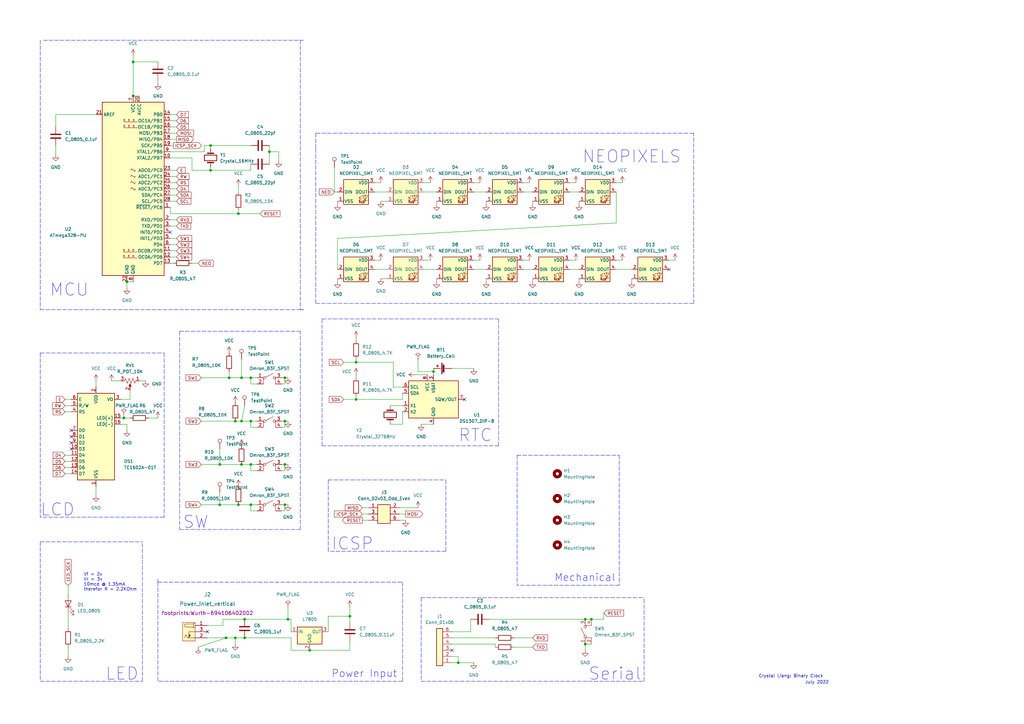
<source format=kicad_sch>
(kicad_sch (version 20211123) (generator eeschema)
  (paper "A3")
  (junction (at 102.87 190.5))
  (junction (at 240.03 264.16))
  (junction (at 96.52 261.62))
  (junction (at 110.49 62.23))
  (junction (at 242.57 254))
  (junction (at 93.98 154.94))
  (junction (at 116.84 190.5))
  (junction (at 102.87 154.94))
  (junction (at 102.87 207.01))
  (junction (at 96.52 172.72))
  (junction (at 90.1039 207.01))
  (junction (at 99.06 172.72))
  (junction (at 90.17 190.5))
  (junction (at 116.84 207.01))
  (junction (at 116.84 172.72))
  (junction (at 187.96 271.78))
  (junction (at 54.61 39.37))
  (junction (at 100.33 254))
  (junction (at 86.36 69.85))
  (junction (at 146.05 148.59))
  (junction (at 50.8 171.45))
  (junction (at 127 266.7))
  (junction (at 116.84 154.94))
  (junction (at 99.06 154.94))
  (junction (at 146.05 163.83))
  (junction (at 102.87 172.72))
  (junction (at 143.51 252.73))
  (junction (at 52.07 115.57))
  (junction (at 97.79 207.01))
  (junction (at 118.11 254))
  (junction (at 99.06 190.5))
  (junction (at 54.61 25.4))
  (junction (at 100.33 261.62))
  (junction (at 97.79 87.63))
  (junction (at 86.36 59.69))
  (junction (at 177.8 152.4))
  (junction (at 92.71 261.62))
  (junction (at 240.03 254))
  (no_connect (at 29.21 179.07))
  (no_connect (at 29.21 181.61))
  (no_connect (at 29.21 184.15))
  (no_connect (at 185.42 266.7))
  (no_connect (at 190.5 163.83))
  (no_connect (at 29.21 176.53))
  (no_connect (at 274.32 110.49))
  (no_connect (at 69.85 95.25))
  (no_connect (at 85.09 259.08))
  (wire (pts (xy 138.43 115.57) (xy 138.43 114.3)))
  (polyline (pts (xy 129.54 54.61) (xy 129.54 60.96)))
  (wire (pts (xy 100.33 166.37) (xy 99.06 172.72)))
  (wire (pts (xy 163.83 208.28) (xy 171.45 208.28)))
  (wire (pts (xy 233.68 78.74) (xy 237.49 78.74)))
  (wire (pts (xy 72.39 54.61) (xy 69.85 54.61)))
  (wire (pts (xy 173.99 78.74) (xy 179.07 78.74)))
  (wire (pts (xy 110.49 62.23) (xy 110.49 67.31)))
  (wire (pts (xy 116.84 172.72) (xy 116.84 175.26)))
  (wire (pts (xy 119.38 266.7) (xy 127 266.7)))
  (wire (pts (xy 236.22 106.68) (xy 233.68 106.68)))
  (wire (pts (xy 91.44 254) (xy 91.44 256.54)))
  (wire (pts (xy 138.43 97.79) (xy 138.43 110.49)))
  (wire (pts (xy 97.79 78.74) (xy 97.79 76.2)))
  (wire (pts (xy 72.39 92.71) (xy 69.85 92.71)))
  (wire (pts (xy 78.74 64.77) (xy 78.74 69.85)))
  (wire (pts (xy 114.3 62.23) (xy 114.3 66.04)))
  (wire (pts (xy 240.03 264.16) (xy 242.57 264.16)))
  (wire (pts (xy 90.17 184.15) (xy 90.17 190.5)))
  (wire (pts (xy 72.39 100.33) (xy 69.85 100.33)))
  (wire (pts (xy 196.85 106.68) (xy 194.31 106.68)))
  (wire (pts (xy 194.31 151.13) (xy 185.42 151.13)))
  (wire (pts (xy 69.85 87.63) (xy 69.85 85.09)))
  (wire (pts (xy 114.3 62.23) (xy 110.49 62.23)))
  (wire (pts (xy 217.17 74.93) (xy 214.63 74.93)))
  (wire (pts (xy 39.37 199.39) (xy 39.37 203.2)))
  (polyline (pts (xy 172.72 245.11) (xy 264.16 245.11)))
  (wire (pts (xy 237.49 115.57) (xy 237.49 114.3)))
  (wire (pts (xy 54.61 25.4) (xy 64.77 25.4)))
  (wire (pts (xy 86.36 69.85) (xy 86.36 68.58)))
  (wire (pts (xy 148.59 208.28) (xy 151.13 208.28)))
  (polyline (pts (xy 64.77 238.76) (xy 64.77 279.4)))
  (wire (pts (xy 146.05 147.32) (xy 146.05 148.59)))
  (wire (pts (xy 86.36 69.85) (xy 102.87 69.85)))
  (wire (pts (xy 115.57 209.55) (xy 116.84 209.55)))
  (wire (pts (xy 185.42 264.16) (xy 203.2 264.16)))
  (wire (pts (xy 102.87 172.72) (xy 102.87 175.26)))
  (wire (pts (xy 96.52 261.62) (xy 96.52 264.16)))
  (polyline (pts (xy 123.19 127) (xy 124.46 127)))
  (wire (pts (xy 54.61 25.4) (xy 54.61 39.37)))
  (wire (pts (xy 193.04 259.08) (xy 193.04 254)))
  (polyline (pts (xy 16.51 144.78) (xy 67.31 144.78)))
  (wire (pts (xy 242.57 254) (xy 247.65 254)))
  (polyline (pts (xy 67.31 144.78) (xy 67.31 212.09)))
  (wire (pts (xy 82.55 207.01) (xy 90.1039 207.01)))
  (wire (pts (xy 179.07 83.82) (xy 179.07 82.55)))
  (wire (pts (xy 134.62 259.08) (xy 134.62 252.73)))
  (wire (pts (xy 165.1 161.29) (xy 165.1 163.83)))
  (wire (pts (xy 71.12 59.69) (xy 69.85 59.69)))
  (wire (pts (xy 72.39 57.15) (xy 69.85 57.15)))
  (wire (pts (xy 156.21 106.68) (xy 153.67 106.68)))
  (wire (pts (xy 116.84 154.94) (xy 118.11 154.94)))
  (wire (pts (xy 85.09 256.54) (xy 91.44 256.54)))
  (wire (pts (xy 119.38 254) (xy 119.38 259.08)))
  (wire (pts (xy 50.8 170.18) (xy 50.8 171.45)))
  (wire (pts (xy 203.2 264.16) (xy 203.2 265.43)))
  (wire (pts (xy 105.41 157.48) (xy 102.87 157.48)))
  (wire (pts (xy 52.07 173.99) (xy 52.07 176.53)))
  (polyline (pts (xy 132.08 130.81) (xy 204.47 130.81)))
  (wire (pts (xy 72.39 46.99) (xy 69.85 46.99)))
  (wire (pts (xy 26.67 166.37) (xy 29.21 166.37)))
  (wire (pts (xy 165.1 168.91) (xy 165.1 173.99)))
  (polyline (pts (xy 264.16 279.4) (xy 264.16 245.11)))
  (wire (pts (xy 102.87 207.01) (xy 102.87 209.55)))
  (wire (pts (xy 90.17 201.93) (xy 90.1039 207.01)))
  (wire (pts (xy 116.84 207.01) (xy 116.84 209.55)))
  (wire (pts (xy 26.67 163.83) (xy 29.21 163.83)))
  (wire (pts (xy 165.1 163.83) (xy 146.05 163.83)))
  (wire (pts (xy 236.22 74.93) (xy 233.68 74.93)))
  (wire (pts (xy 22.86 52.07) (xy 22.86 46.99)))
  (wire (pts (xy 100.33 254) (xy 91.44 254)))
  (wire (pts (xy 99.06 154.94) (xy 102.87 154.94)))
  (wire (pts (xy 161.29 148.59) (xy 146.05 148.59)))
  (wire (pts (xy 102.87 154.94) (xy 102.87 157.48)))
  (wire (pts (xy 185.42 261.62) (xy 203.2 261.62)))
  (wire (pts (xy 240.03 254) (xy 242.57 254)))
  (wire (pts (xy 93.98 152.4) (xy 93.98 154.94)))
  (wire (pts (xy 99.06 190.5) (xy 102.87 190.5)))
  (wire (pts (xy 96.52 172.72) (xy 99.06 172.72)))
  (wire (pts (xy 82.55 172.72) (xy 96.52 172.72)))
  (polyline (pts (xy 73.66 135.89) (xy 73.66 217.17)))
  (wire (pts (xy 196.85 74.93) (xy 194.31 74.93)))
  (polyline (pts (xy 212.09 186.69) (xy 254 186.69)))
  (wire (pts (xy 22.86 46.99) (xy 39.37 46.99)))
  (polyline (pts (xy 204.47 182.88) (xy 204.47 130.81)))
  (polyline (pts (xy 165.1 279.4) (xy 64.77 279.4)))
  (wire (pts (xy 115.57 172.72) (xy 116.84 172.72)))
  (wire (pts (xy 237.49 83.82) (xy 237.49 82.55)))
  (wire (pts (xy 102.87 69.85) (xy 102.87 67.31)))
  (wire (pts (xy 179.07 115.57) (xy 179.07 114.3)))
  (wire (pts (xy 199.39 115.57) (xy 199.39 114.3)))
  (wire (pts (xy 240.03 264.16) (xy 240.03 266.7)))
  (polyline (pts (xy 67.31 212.09) (xy 16.51 212.09)))
  (wire (pts (xy 127 266.7) (xy 143.51 266.7)))
  (polyline (pts (xy 132.08 130.81) (xy 132.08 182.88)))
  (wire (pts (xy 156.21 82.55) (xy 158.75 82.55)))
  (wire (pts (xy 137.16 68.58) (xy 137.16 78.74)))
  (wire (pts (xy 72.39 72.39) (xy 69.85 72.39)))
  (wire (pts (xy 115.57 207.01) (xy 116.84 207.01)))
  (wire (pts (xy 137.16 78.74) (xy 138.43 78.74)))
  (wire (pts (xy 194.31 110.49) (xy 199.39 110.49)))
  (wire (pts (xy 134.62 252.73) (xy 143.51 252.73)))
  (polyline (pts (xy 132.08 182.88) (xy 204.47 182.88)))
  (wire (pts (xy 153.67 78.74) (xy 158.75 78.74)))
  (wire (pts (xy 187.96 271.78) (xy 194.31 271.78)))
  (wire (pts (xy 72.39 82.55) (xy 69.85 82.55)))
  (wire (pts (xy 71.12 107.95) (xy 69.85 107.95)))
  (wire (pts (xy 72.39 105.41) (xy 69.85 105.41)))
  (wire (pts (xy 72.39 69.85) (xy 69.85 69.85)))
  (wire (pts (xy 39.37 156.21) (xy 39.37 158.75)))
  (wire (pts (xy 177.8 151.13) (xy 177.8 152.4)))
  (wire (pts (xy 187.96 269.24) (xy 187.96 271.78)))
  (wire (pts (xy 82.55 154.94) (xy 93.98 154.94)))
  (wire (pts (xy 110.49 59.69) (xy 110.49 62.23)))
  (wire (pts (xy 185.42 269.24) (xy 187.96 269.24)))
  (wire (pts (xy 57.15 156.21) (xy 59.69 156.21)))
  (wire (pts (xy 138.43 83.82) (xy 138.43 82.55)))
  (polyline (pts (xy 172.72 279.4) (xy 264.16 279.4)))
  (wire (pts (xy 118.11 254) (xy 119.38 254)))
  (polyline (pts (xy 254 186.69) (xy 254 240.03)))
  (polyline (pts (xy 129.54 60.96) (xy 129.54 124.46)))
  (wire (pts (xy 143.51 266.7) (xy 143.51 262.89)))
  (wire (pts (xy 92.71 261.62) (xy 96.52 261.62)))
  (polyline (pts (xy 16.51 144.78) (xy 16.51 212.09)))
  (wire (pts (xy 83.82 62.23) (xy 83.82 59.69)))
  (wire (pts (xy 81.28 107.95) (xy 78.74 107.95)))
  (wire (pts (xy 72.39 77.47) (xy 69.85 77.47)))
  (wire (pts (xy 64.77 34.29) (xy 64.77 33.02)))
  (wire (pts (xy 72.39 90.17) (xy 69.85 90.17)))
  (wire (pts (xy 27.94 265.43) (xy 27.94 269.24)))
  (polyline (pts (xy 73.66 217.17) (xy 123.19 217.17)))
  (wire (pts (xy 26.67 186.69) (xy 29.21 186.69)))
  (wire (pts (xy 119.38 261.62) (xy 119.38 266.7)))
  (wire (pts (xy 102.87 207.01) (xy 105.41 207.01)))
  (wire (pts (xy 72.39 102.87) (xy 69.85 102.87)))
  (wire (pts (xy 72.39 49.53) (xy 69.85 49.53)))
  (wire (pts (xy 105.41 209.55) (xy 102.87 209.55)))
  (wire (pts (xy 160.02 166.37) (xy 165.1 166.37)))
  (wire (pts (xy 90.17 190.5) (xy 99.06 190.5)))
  (wire (pts (xy 45.72 156.21) (xy 49.53 156.21)))
  (polyline (pts (xy 134.62 196.85) (xy 182.88 196.85)))
  (polyline (pts (xy 123.19 217.17) (xy 123.19 135.89)))
  (polyline (pts (xy 165.1 238.76) (xy 165.1 279.4)))
  (wire (pts (xy 85.09 261.62) (xy 92.71 261.62)))
  (wire (pts (xy 78.74 69.85) (xy 86.36 69.85)))
  (wire (pts (xy 259.08 115.57) (xy 259.08 114.3)))
  (wire (pts (xy 116.84 172.72) (xy 118.11 172.72)))
  (wire (pts (xy 72.39 80.01) (xy 69.85 80.01)))
  (wire (pts (xy 50.8 171.45) (xy 49.53 171.45)))
  (wire (pts (xy 118.11 248.92) (xy 118.11 254)))
  (wire (pts (xy 115.57 154.94) (xy 116.84 154.94)))
  (wire (pts (xy 26.67 168.91) (xy 29.21 168.91)))
  (polyline (pts (xy 172.72 245.11) (xy 172.72 279.4)))
  (wire (pts (xy 52.07 115.57) (xy 54.61 115.57)))
  (wire (pts (xy 176.53 106.68) (xy 173.99 106.68)))
  (polyline (pts (xy 284.48 124.46) (xy 284.48 54.61)))
  (wire (pts (xy 100.33 261.62) (xy 96.52 261.62)))
  (wire (pts (xy 200.66 254) (xy 240.03 254)))
  (wire (pts (xy 69.85 87.63) (xy 97.79 87.63)))
  (polyline (pts (xy 182.88 196.85) (xy 182.88 226.06)))
  (wire (pts (xy 100.33 254) (xy 118.11 254)))
  (wire (pts (xy 148.59 213.36) (xy 151.13 213.36)))
  (wire (pts (xy 156.21 114.3) (xy 158.75 114.3)))
  (wire (pts (xy 115.57 157.48) (xy 116.84 157.48)))
  (wire (pts (xy 26.67 194.31) (xy 29.21 194.31)))
  (wire (pts (xy 217.17 106.68) (xy 214.63 106.68)))
  (wire (pts (xy 156.21 74.93) (xy 153.67 74.93)))
  (wire (pts (xy 72.39 97.79) (xy 69.85 97.79)))
  (wire (pts (xy 165.1 173.99) (xy 160.02 173.99)))
  (wire (pts (xy 165.1 158.75) (xy 161.29 158.75)))
  (wire (pts (xy 86.36 59.69) (xy 102.87 59.69)))
  (polyline (pts (xy 16.51 127) (xy 124.46 127)))
  (wire (pts (xy 97.79 87.63) (xy 97.79 86.36)))
  (wire (pts (xy 247.65 254) (xy 247.65 251.46)))
  (wire (pts (xy 27.94 251.46) (xy 27.94 257.81)))
  (wire (pts (xy 146.05 138.43) (xy 146.05 139.7)))
  (wire (pts (xy 161.29 158.75) (xy 161.29 148.59)))
  (polyline (pts (xy 16.51 222.25) (xy 58.42 222.25)))
  (wire (pts (xy 83.82 59.69) (xy 86.36 59.69)))
  (wire (pts (xy 218.44 83.82) (xy 218.44 82.55)))
  (polyline (pts (xy 284.48 54.61) (xy 129.54 54.61)))
  (wire (pts (xy 102.87 172.72) (xy 105.41 172.72)))
  (wire (pts (xy 54.61 39.37) (xy 57.15 39.37)))
  (wire (pts (xy 116.84 154.94) (xy 116.84 157.48)))
  (polyline (pts (xy 58.42 279.4) (xy 58.42 222.25)))
  (wire (pts (xy 171.45 147.32) (xy 171.45 152.4)))
  (wire (pts (xy 100.33 261.62) (xy 119.38 261.62)))
  (wire (pts (xy 90.1039 207.01) (xy 97.79 207.01)))
  (wire (pts (xy 276.86 106.68) (xy 274.32 106.68)))
  (polyline (pts (xy 212.09 186.69) (xy 212.09 240.03)))
  (wire (pts (xy 210.82 265.43) (xy 218.44 265.43)))
  (wire (pts (xy 97.79 207.01) (xy 102.87 207.01)))
  (polyline (pts (xy 129.54 124.46) (xy 284.48 124.46)))
  (wire (pts (xy 146.05 153.67) (xy 146.05 154.94)))
  (wire (pts (xy 259.08 110.49) (xy 252.73 110.49)))
  (polyline (pts (xy 17.78 16.51) (xy 124.46 16.51)))
  (wire (pts (xy 82.55 190.5) (xy 90.17 190.5)))
  (polyline (pts (xy 73.66 135.89) (xy 123.19 135.89)))
  (wire (pts (xy 143.51 252.73) (xy 143.51 255.27)))
  (wire (pts (xy 115.57 193.04) (xy 116.84 193.04)))
  (wire (pts (xy 105.41 175.26) (xy 102.87 175.26)))
  (wire (pts (xy 69.85 62.23) (xy 83.82 62.23)))
  (wire (pts (xy 172.72 173.99) (xy 177.8 173.99)))
  (wire (pts (xy 26.67 191.77) (xy 29.21 191.77)))
  (wire (pts (xy 218.44 115.57) (xy 218.44 114.3)))
  (wire (pts (xy 173.99 110.49) (xy 179.07 110.49)))
  (polyline (pts (xy 64.77 238.76) (xy 165.1 238.76)))
  (wire (pts (xy 210.82 261.62) (xy 218.44 261.62)))
  (wire (pts (xy 146.05 163.83) (xy 140.97 163.83)))
  (wire (pts (xy 52.07 115.57) (xy 52.07 118.11)))
  (wire (pts (xy 194.31 78.74) (xy 199.39 78.74)))
  (wire (pts (xy 146.05 148.59) (xy 140.97 148.59)))
  (wire (pts (xy 27.94 240.03) (xy 27.94 243.84)))
  (wire (pts (xy 116.84 190.5) (xy 116.84 193.04)))
  (wire (pts (xy 72.39 74.93) (xy 69.85 74.93)))
  (wire (pts (xy 116.84 207.01) (xy 118.11 207.01)))
  (wire (pts (xy 214.63 78.74) (xy 218.44 78.74)))
  (polyline (pts (xy 16.51 279.4) (xy 58.42 279.4)))
  (wire (pts (xy 255.27 74.93) (xy 252.73 74.93)))
  (wire (pts (xy 170.18 153.67) (xy 175.26 153.67)))
  (wire (pts (xy 166.37 210.82) (xy 163.83 210.82)))
  (wire (pts (xy 116.84 190.5) (xy 118.11 190.5)))
  (wire (pts (xy 185.42 259.08) (xy 193.04 259.08)))
  (wire (pts (xy 102.87 154.94) (xy 105.41 154.94)))
  (wire (pts (xy 176.53 74.93) (xy 173.99 74.93)))
  (wire (pts (xy 102.87 190.5) (xy 102.87 193.04)))
  (wire (pts (xy 53.34 171.45) (xy 50.8 171.45)))
  (wire (pts (xy 26.67 189.23) (xy 29.21 189.23)))
  (wire (pts (xy 199.39 83.82) (xy 199.39 82.55)))
  (wire (pts (xy 97.79 87.63) (xy 106.68 87.63)))
  (wire (pts (xy 81.28 265.43) (xy 92.71 261.62)))
  (wire (pts (xy 102.87 190.5) (xy 105.41 190.5)))
  (wire (pts (xy 53.34 160.02) (xy 53.34 163.83)))
  (wire (pts (xy 93.98 154.94) (xy 99.06 154.94)))
  (polyline (pts (xy 123.19 16.51) (xy 123.19 127)))
  (polyline (pts (xy 134.62 196.85) (xy 134.62 226.06)))
  (polyline (pts (xy 254 240.03) (xy 212.09 240.03)))
  (wire (pts (xy 185.42 271.78) (xy 187.96 271.78)))
  (wire (pts (xy 99.06 172.72) (xy 102.87 172.72)))
  (polyline (pts (xy 16.51 16.51) (xy 16.51 127)))
  (wire (pts (xy 115.57 190.5) (xy 116.84 190.5)))
  (wire (pts (xy 163.83 213.36) (xy 166.37 213.36)))
  (wire (pts (xy 255.27 106.68) (xy 252.73 106.68)))
  (wire (pts (xy 86.36 60.96) (xy 86.36 59.69)))
  (wire (pts (xy 143.51 248.92) (xy 143.51 252.73)))
  (polyline (pts (xy 182.88 226.06) (xy 134.62 226.06)))
  (wire (pts (xy 171.45 152.4) (xy 177.8 152.4)))
  (wire (pts (xy 148.59 210.82) (xy 151.13 210.82)))
  (wire (pts (xy 177.8 152.4) (xy 177.8 153.67)))
  (polyline (pts (xy 16.51 222.25) (xy 16.51 279.4)))
  (wire (pts (xy 53.34 163.83) (xy 49.53 163.83)))
  (wire (pts (xy 99.06 147.32) (xy 99.06 154.94)))
  (wire (pts (xy 233.68 110.49) (xy 237.49 110.49)))
  (wire (pts (xy 22.86 63.5) (xy 22.86 59.69)))
  (wire (pts (xy 252.73 91.44) (xy 138.43 97.79)))
  (wire (pts (xy 214.63 110.49) (xy 218.44 110.49)))
  (wire (pts (xy 64.77 171.45) (xy 60.96 171.45)))
  (polyline (pts (xy 64.77 237.49) (xy 64.77 238.76)))
  (wire (pts (xy 69.85 64.77) (xy 78.74 64.77)))
  (wire (pts (xy 146.05 162.56) (xy 146.05 163.83)))
  (wire (pts (xy 54.61 22.86) (xy 54.61 25.4)))
  (wire (pts (xy 115.57 175.26) (xy 116.84 175.26)))
  (wire (pts (xy 49.53 173.99) (xy 52.07 173.99)))
  (wire (pts (xy 153.67 110.49) (xy 158.75 110.49)))
  (wire (pts (xy 252.73 78.74) (xy 252.73 91.44)))
  (wire (pts (xy 105.41 193.04) (xy 102.87 193.04)))
  (wire (pts (xy 72.39 52.07) (xy 69.85 52.07)))
  (text "July 2022\n" (at 330.2 280.67 0) (effects (font (size 1.27 1.27)) (justify left bottom)))
  (text "MCU" (at 20.32 121.92 0) (effects (font (size 5 5)) (justify left bottom)))
  (text "ICSP\n" (at 135.89 226.06 0) (effects (font (size 5 5)) (justify left bottom)))
  (text "RTC\n" (at 187.96 181.61 0) (effects (font (size 5 5)) (justify left bottom)))
  (text "Serial" (at 241.3 279.4 0) (effects (font (size 5 5)) (justify left bottom)))
  (text "LCD" (at 16.51 212.09 0) (effects (font (size 5 5)) (justify left bottom)))
  (text "NEOPIXELS\n" (at 238.76 67.31 0) (effects (font (size 5 5)) (justify left bottom)))
  (text "LED" (at 43.18 279.4 0) (effects (font (size 5 5)) (justify left bottom)))
  (text "Mechanical\n" (at 227.33 238.76 0) (effects (font (size 3 3)) (justify left bottom)))
  (text "Crystal Liang: Binary Clock\n" (at 311.15 278.13 0) (effects (font (size 1.27 1.27)) (justify left bottom)))
  (text "Power Input" (at 135.89 278.13 0) (effects (font (size 3 3)) (justify left bottom)))
  (text "Vf = 2v\nVr = 3v \n10mcd @ 1.35mA\ntherefor R = 2.2KOhm" (at 34.29 242.57 0) (effects (font (size 1.27 1.27)) (justify left bottom)))
  (text "SW\n" (at 74.93 217.17 0) (effects (font (size 5 5)) (justify left bottom)))
  (global_label "ICSP_SCK" (shape output) (at 71.12 59.69 0) (property "Intersheet References" "${INTERSHEET_REFS}" (effects hide)))
  (global_label "SW2" (shape input) (at 72.39 100.33 0) (property "Intersheet References" "${INTERSHEET_REFS}" (effects hide)))
  (global_label "E" (shape input) (at 72.39 69.85 0) (property "Intersheet References" "${INTERSHEET_REFS}" (effects hide)))
  (global_label "ICSP_SCK" (shape input) (at 148.59 210.82 180) (property "Intersheet References" "${INTERSHEET_REFS}" (effects hide)))
  (global_label "D4" (shape input) (at 26.67 186.69 180) (property "Intersheet References" "${INTERSHEET_REFS}" (effects hide)))
  (global_label "SW3" (shape input) (at 72.39 102.87 0) (property "Intersheet References" "${INTERSHEET_REFS}" (effects hide)))
  (global_label "SW3" (shape input) (at 82.55 190.5 180) (property "Intersheet References" "${INTERSHEET_REFS}" (effects hide)))
  (global_label "SW1" (shape input) (at 82.55 154.94 180) (property "Intersheet References" "${INTERSHEET_REFS}" (effects hide)))
  (global_label "NEO" (shape input) (at 81.28 107.95 0) (property "Intersheet References" "${INTERSHEET_REFS}" (effects hide)))
  (global_label "TXD" (shape input) (at 72.39 92.71 0) (property "Intersheet References" "${INTERSHEET_REFS}" (effects hide)))
  (global_label "SDA" (shape input) (at 140.97 163.83 180) (property "Intersheet References" "${INTERSHEET_REFS}" (effects hide)))
  (global_label "D4" (shape input) (at 72.39 77.47 0) (property "Intersheet References" "${INTERSHEET_REFS}" (effects hide)))
  (global_label "SW4" (shape input) (at 82.55 207.01 180) (property "Intersheet References" "${INTERSHEET_REFS}" (effects hide)))
  (global_label "RS" (shape input) (at 72.39 74.93 0) (property "Intersheet References" "${INTERSHEET_REFS}" (effects hide)))
  (global_label "E" (shape input) (at 26.67 163.83 180) (property "Intersheet References" "${INTERSHEET_REFS}" (effects hide)))
  (global_label "D5" (shape input) (at 72.39 52.07 0) (property "Intersheet References" "${INTERSHEET_REFS}" (effects hide)))
  (global_label "D5" (shape input) (at 26.67 189.23 180) (property "Intersheet References" "${INTERSHEET_REFS}" (effects hide)))
  (global_label "RESET" (shape input) (at 247.65 251.46 0) (property "Intersheet References" "${INTERSHEET_REFS}" (effects hide)))
  (global_label "SW2" (shape input) (at 82.55 172.72 180) (property "Intersheet References" "${INTERSHEET_REFS}" (effects hide)))
  (global_label "D7" (shape input) (at 26.67 194.31 180) (property "Intersheet References" "${INTERSHEET_REFS}" (effects hide)))
  (global_label "SW1" (shape input) (at 72.39 97.79 0) (property "Intersheet References" "${INTERSHEET_REFS}" (effects hide)))
  (global_label "MOSI" (shape input) (at 72.39 54.61 0) (property "Intersheet References" "${INTERSHEET_REFS}" (effects hide)))
  (global_label "SW4" (shape input) (at 72.39 105.41 0) (property "Intersheet References" "${INTERSHEET_REFS}" (effects hide)))
  (global_label "SCL" (shape input) (at 72.39 82.55 0) (property "Intersheet References" "${INTERSHEET_REFS}" (effects hide)))
  (global_label "RXD" (shape input) (at 72.39 90.17 0) (property "Intersheet References" "${INTERSHEET_REFS}" (effects hide)))
  (global_label "MOSI" (shape output) (at 166.37 210.82 0) (property "Intersheet References" "${INTERSHEET_REFS}" (effects hide)))
  (global_label "RESET" (shape input) (at 106.68 87.63 0) (property "Intersheet References" "${INTERSHEET_REFS}" (effects hide)))
  (global_label "RESET" (shape output) (at 148.59 213.36 180) (property "Intersheet References" "${INTERSHEET_REFS}" (effects hide)))
  (global_label "RS" (shape input) (at 26.67 168.91 180) (property "Intersheet References" "${INTERSHEET_REFS}" (effects hide)))
  (global_label "D6" (shape input) (at 26.67 191.77 180) (property "Intersheet References" "${INTERSHEET_REFS}" (effects hide)))
  (global_label "LED_SCK" (shape input) (at 27.94 240.03 90) (property "Intersheet References" "${INTERSHEET_REFS}" (effects hide)))
  (global_label "MISO" (shape output) (at 72.39 57.15 0) (property "Intersheet References" "${INTERSHEET_REFS}" (effects hide)))
  (global_label "RXD" (shape input) (at 218.44 261.62 0) (property "Intersheet References" "${INTERSHEET_REFS}" (effects hide)))
  (global_label "SDA" (shape input) (at 72.39 80.01 0) (property "Intersheet References" "${INTERSHEET_REFS}" (effects hide)))
  (global_label "NEO" (shape input) (at 137.16 78.74 180) (property "Intersheet References" "${INTERSHEET_REFS}" (effects hide)))
  (global_label "SCL" (shape input) (at 140.97 148.59 180) (property "Intersheet References" "${INTERSHEET_REFS}" (effects hide)))
  (global_label "MISO" (shape input) (at 148.59 208.28 180) (property "Intersheet References" "${INTERSHEET_REFS}" (effects hide)))
  (global_label "D6" (shape input) (at 72.39 49.53 0) (property "Intersheet References" "${INTERSHEET_REFS}" (effects hide)))
  (global_label "RW" (shape input) (at 72.39 72.39 0) (property "Intersheet References" "${INTERSHEET_REFS}" (effects hide)))
  (global_label "TXD" (shape input) (at 218.44 265.43 0) (property "Intersheet References" "${INTERSHEET_REFS}" (effects hide)))
  (global_label "RW" (shape input) (at 26.67 166.37 180) (property "Intersheet References" "${INTERSHEET_REFS}" (effects hide)))
  (global_label "D7" (shape input) (at 72.39 46.99 0) (property "Intersheet References" "${INTERSHEET_REFS}" (effects hide)))
  (symbol (lib_id "HPS:GND") (at 96.52 264.16 0) (unit 1)
    (property "Reference" "#PWR0144" (effects hide))
    (property "Value" "GND" (at 96.52 269.24 0))
  )
  (symbol (lib_id "HPS:PWR_FLAG") (at 81.28 265.43 180) (unit 1)
    (property "Reference" "#FLG0101" (effects hide))
    (property "Value" "PWR_FLAG" (at 83.82 266.6999 0) (effects (justify right)))
  )
  (symbol (lib_id "HPS:GND") (at 237.49 83.82 0) (unit 1)
    (property "Reference" "#PWR0123" (effects hide))
    (property "Value" "GND" (at 237.49 88.9 0))
  )
  (symbol (lib_id "HPS:C_0805_0.1uf") (at 143.51 259.08 180) (unit 1)
    (property "Reference" "C7" (at 147.32 257.8099 0) (effects (justify right)))
    (property "Value" "C_0805_0.11uf" (at 147.32 260.3499 0) (effects (justify right)))
    (property "Footprint" "footprints:C_0805_2012Metric" (effects hide))
    (property "Datasheet" "https://datasheets.avx.com/X7RDielectric.pdf" (effects hide))
    (property "MFG" "AVX Corporation" (effects hide))
    (property "MPN" "08055C104KAT2A" (effects hide))
    (property "Digikey PN" "478-1395-1-ND" (effects hide))
    (property "Mouser PN" "N/A" (effects hide))
    (property "Voltage" "N/A" (effects hide))
    (property "Dielectric" "N/A" (effects hide))
    (property "Tolerance" "N/A" (effects hide))
  )
  (symbol (lib_id "HPS:R_0805_10K") (at 96.52 168.91 0) (unit 1)
    (property "Reference" "R8" (at 81.28 167.64 0) (effects (justify left)))
    (property "Value" "R_0805_10K" (at 81.28 170.18 0) (effects (justify left)))
    (property "Footprint" "footprints:R_0805_2012Metric" (effects hide))
    (property "Datasheet" "https://www.digikey.com/en/products/detail/yageo/RC0805FR-0710KL/727535" (effects hide))
    (property "MFG" "Yageo" (effects hide))
    (property "MPN" "RC0805FR-0710KL" (effects hide))
    (property "Digikey PN" "311-10.0KCRCT-ND" (effects hide))
    (property "Mouser PN" "N/A" (effects hide))
    (property "Power" "N/A" (effects hide))
    (property "Tolerance" "N/A" (effects hide))
  )
  (symbol (lib_id "HPS:VCC") (at 143.51 248.92 0) (unit 1)
    (property "Reference" "#PWR0141" (effects hide))
    (property "Value" "VCC" (at 143.51 243.84 0))
  )
  (symbol (lib_id "HPS:GND") (at 199.39 115.57 0) (unit 1)
    (property "Reference" "#PWR0118" (effects hide))
    (property "Value" "GND" (at 199.39 120.65 0))
  )
  (symbol (lib_id "HPS:C_0805_0.1uf") (at 100.33 257.81 180) (unit 1)
    (property "Reference" "C6" (at 104.14 256.5399 0) (effects (justify right)))
    (property "Value" "C_0805_1uf" (at 104.14 259.0799 0) (effects (justify right)))
    (property "Footprint" "footprints:C_0805_2012Metric" (effects hide))
    (property "Datasheet" "https://datasheets.avx.com/X7RDielectric.pdf" (effects hide))
    (property "MFG" "AVX Corporation" (effects hide))
    (property "MPN" "08055C104KAT2A" (effects hide))
    (property "Digikey PN" "478-1395-1-ND" (effects hide))
    (property "Mouser PN" "N/A" (effects hide))
    (property "Voltage" "N/A" (effects hide))
    (property "Dielectric" "N/A" (effects hide))
    (property "Tolerance" "N/A" (effects hide))
  )
  (symbol (lib_id "HPS:PWR_FLAG") (at 118.11 248.92 0) (unit 1)
    (property "Reference" "#FLG0103" (effects hide))
    (property "Value" "PWR_FLAG" (at 118.11 243.84 0))
  )
  (symbol (lib_id "HPS:VCC") (at 93.98 144.78 0) (unit 1)
    (property "Reference" "#PWR0114" (effects hide))
    (property "Value" "VCC" (at 93.98 139.7 0))
  )
  (symbol (lib_id "HPS:NEOPIXEL_SMT") (at 266.7 110.49 0) (unit 1)
    (property "Reference" "D13" (at 266.7 100.33 0))
    (property "Value" "NEOPIXEL_SMT" (at 266.7 102.87 0))
    (property "Footprint" "footprints:LED_SK6812_PLCC4_5.0x5.0mm_P3.2mm" (effects hide))
    (property "Datasheet" "https://cdn-shop.adafruit.com/product-files/1138/SK6812+LED+datasheet+.pdf" (effects hide))
    (property "MFG" "Inolux" (effects hide))
    (property "MPN" "IN-PI554FCH" (effects hide))
    (property "Digikey PN" "1830-1106-1-ND" (effects hide))
    (property "Mouser PN" "N/A" (effects hide))
  )
  (symbol (lib_id "HPS:MountingHole") (at 228.6 223.52 0) (unit 1)
    (property "Reference" "H4" (at 231.14 222.2499 0) (effects (justify left)))
    (property "Value" "MountingHole" (at 231.14 224.7899 0) (effects (justify left)))
    (property "Footprint" "footprints:MountingHole_3.2mm_M3" (effects hide))
  )
  (symbol (lib_id "HPS:VCC") (at 255.27 106.68 0) (unit 1)
    (property "Reference" "#PWR0130" (effects hide))
    (property "Value" "VCC" (at 255.27 101.6 0))
  )
  (symbol (lib_id "HPS:TC1602A-01T") (at 39.37 179.07 0) (unit 1)
    (property "Reference" "DS1" (at 50.8 189.23 0) (effects (justify left)))
    (property "Value" "TC1602A-01T" (at 50.8 191.77 0) (effects (justify left)))
    (property "Footprint" "footprints:TC1602A-01T" (effects hide))
    (property "Datasheet" "https://cdn-shop.adafruit.com/datasheets/TC1602A-01T.pdf" (effects hide))
    (property "MFG" "Adafruit" (effects hide))
    (property "MPN" "1447" (effects hide))
    (property "Digikey PN" "1528-2212-ND" (effects hide))
    (property "Mouser PN" "N/A" (effects hide))
  )
  (symbol (lib_id "HPS:GND") (at 218.44 83.82 0) (unit 1)
    (property "Reference" "#PWR0126" (effects hide))
    (property "Value" "GND" (at 218.44 88.9 0))
  )
  (symbol (lib_id "HPS:MountingHole") (at 228.6 194.31 0) (unit 1)
    (property "Reference" "H1" (at 231.14 193.0399 0) (effects (justify left)))
    (property "Value" "MountingHole" (at 231.14 195.5799 0) (effects (justify left)))
    (property "Footprint" "footprints:MountingHole_3.2mm_M3" (effects hide))
  )
  (symbol (lib_id "HPS:NEOPIXEL_SMT") (at 245.11 110.49 0) (unit 1)
    (property "Reference" "D12" (at 245.11 100.33 0))
    (property "Value" "NEOPIXEL_SMT" (at 245.11 102.87 0))
    (property "Footprint" "footprints:LED_SK6812_PLCC4_5.0x5.0mm_P3.2mm" (effects hide))
    (property "Datasheet" "https://cdn-shop.adafruit.com/product-files/1138/SK6812+LED+datasheet+.pdf" (effects hide))
    (property "MFG" "Inolux" (effects hide))
    (property "MPN" "IN-PI554FCH" (effects hide))
    (property "Digikey PN" "1830-1106-1-ND" (effects hide))
    (property "Mouser PN" "N/A" (effects hide))
  )
  (symbol (lib_id "HPS:R_0805_10K") (at 97.79 203.2 0) (unit 1)
    (property "Reference" "R9" (at 82.55 201.93 0) (effects (justify left)))
    (property "Value" "R_0805_10K" (at 82.55 204.47 0) (effects (justify left)))
    (property "Footprint" "footprints:R_0805_2012Metric" (effects hide))
    (property "Datasheet" "https://www.digikey.com/en/products/detail/yageo/RC0805FR-0710KL/727535" (effects hide))
    (property "MFG" "Yageo" (effects hide))
    (property "MPN" "RC0805FR-0710KL" (effects hide))
    (property "Digikey PN" "311-10.0KCRCT-ND" (effects hide))
    (property "Mouser PN" "N/A" (effects hide))
    (property "Power" "N/A" (effects hide))
    (property "Tolerance" "N/A" (effects hide))
  )
  (symbol (lib_id "HPS:TestPoint") (at 90.17 184.15 0) (unit 1)
    (property "Reference" "TP3" (at 92.71 179.5779 0) (effects (justify left)))
    (property "Value" "TestPoint" (at 92.71 182.1179 0) (effects (justify left)))
    (property "Footprint" "footprints:TestPoint_THTPad_D2.0mm_Drill1.0mm" (effects hide))
  )
  (symbol (lib_id "HPS:VCC") (at 156.21 74.93 0) (unit 1)
    (property "Reference" "#PWR0106" (effects hide))
    (property "Value" "VCC" (at 156.21 69.85 0))
  )
  (symbol (lib_id "HPS:C_0805_0.1uf") (at 196.85 254 270) (unit 1)
    (property "Reference" "C3" (at 196.85 246.38 90))
    (property "Value" "C_0805_0.1uf" (at 196.85 248.92 90))
    (property "Footprint" "footprints:C_0805_2012Metric" (effects hide))
    (property "Datasheet" "https://datasheets.avx.com/X7RDielectric.pdf" (effects hide))
    (property "MFG" "AVX Corporation" (effects hide))
    (property "MPN" "08055C104KAT2A" (effects hide))
    (property "Digikey PN" "478-1395-1-ND" (effects hide))
    (property "Mouser PN" "N/A" (effects hide))
    (property "Voltage" "N/A" (effects hide))
    (property "Dielectric" "N/A" (effects hide))
    (property "Tolerance" "N/A" (effects hide))
  )
  (symbol (lib_id "HPS:MountingHole") (at 228.6 213.36 0) (unit 1)
    (property "Reference" "H3" (at 231.14 212.0899 0) (effects (justify left)))
    (property "Value" "MountingHole" (at 231.14 214.6299 0) (effects (justify left)))
    (property "Footprint" "footprints:MountingHole_3.2mm_M3" (effects hide))
  )
  (symbol (lib_id "HPS:GND") (at 218.44 115.57 0) (unit 1)
    (property "Reference" "#PWR0122" (effects hide))
    (property "Value" "GND" (at 218.44 120.65 0))
  )
  (symbol (lib_id "HPS:Omron_B3F_SPST") (at 110.49 190.5 0) (unit 1)
    (property "Reference" "SW3" (at 110.49 184.15 0))
    (property "Value" "Omron_B3F_SPST" (at 110.49 186.69 0))
    (property "Footprint" "footprints:SW_SPST_Omron_B3FS-100xP" (effects hide))
    (property "Datasheet" "https://omronfs.omron.com/en_US/ecb/products/pdf/en-b3fs.pdf" (effects hide))
    (property "MFG" "Omron Electronics Inc-EMC Div" (effects hide))
    (property "MPN" "B3FS-1000P" (effects hide))
    (property "Digikey PN" "SW423CT-ND" (effects hide))
    (property "Mouser PN" "N/A" (effects hide))
  )
  (symbol (lib_id "HPS:NEOPIXEL_SMT") (at 166.37 110.49 0) (unit 1)
    (property "Reference" "D7" (at 166.37 100.33 0))
    (property "Value" "NEOPIXEL_SMT" (at 166.37 102.87 0))
    (property "Footprint" "footprints:LED_SK6812_PLCC4_5.0x5.0mm_P3.2mm" (effects hide))
    (property "Datasheet" "https://cdn-shop.adafruit.com/product-files/1138/SK6812+LED+datasheet+.pdf" (effects hide))
    (property "MFG" "Inolux" (effects hide))
    (property "MPN" "IN-PI554FCH" (effects hide))
    (property "Digikey PN" "1830-1106-1-ND" (effects hide))
    (property "Mouser PN" "N/A" (effects hide))
  )
  (symbol (lib_id "HPS:VCC") (at 45.72 156.21 0) (unit 1)
    (property "Reference" "#PWR0111" (effects hide))
    (property "Value" "VCC" (at 45.72 151.13 0))
  )
  (symbol (lib_id "HPS:VCC") (at 176.53 106.68 0) (unit 1)
    (property "Reference" "#PWR0152" (effects hide))
    (property "Value" "VCC" (at 176.53 101.6 0))
  )
  (symbol (lib_id "HPS:GND") (at 52.07 118.11 0) (unit 1)
    (property "Reference" "#PWR0102" (effects hide))
    (property "Value" "GND" (at 52.07 123.19 0))
  )
  (symbol (lib_id "HPS:TestPoint") (at 100.33 166.37 0) (unit 1)
    (property "Reference" "TP6" (at 102.87 161.7979 0) (effects (justify left)))
    (property "Value" "TestPoint" (at 102.87 164.3379 0) (effects (justify left)))
    (property "Footprint" "footprints:TestPoint_THTPad_D2.0mm_Drill1.0mm" (effects hide))
  )
  (symbol (lib_id "HPS:GND") (at 118.11 207.01 0) (unit 1)
    (property "Reference" "#PWR0132" (effects hide))
    (property "Value" "GND" (at 118.11 212.09 0))
  )
  (symbol (lib_id "HPS:Omron_B3F_SPST") (at 110.49 172.72 0) (unit 1)
    (property "Reference" "SW2" (at 110.49 166.37 0))
    (property "Value" "Omron_B3F_SPST" (at 110.49 168.91 0))
    (property "Footprint" "footprints:SW_SPST_Omron_B3FS-100xP" (effects hide))
    (property "Datasheet" "https://omronfs.omron.com/en_US/ecb/products/pdf/en-b3fs.pdf" (effects hide))
    (property "MFG" "Omron Electronics Inc-EMC Div" (effects hide))
    (property "MPN" "B3FS-1000P" (effects hide))
    (property "Digikey PN" "SW423CT-ND" (effects hide))
    (property "Mouser PN" "N/A" (effects hide))
  )
  (symbol (lib_id "HPS:VCC") (at 96.52 165.1 0) (unit 1)
    (property "Reference" "#PWR0113" (effects hide))
    (property "Value" "VCC" (at 96.52 160.02 0))
  )
  (symbol (lib_id "HPS:R_0805_4.7K") (at 207.01 261.62 90) (unit 1)
    (property "Reference" "R4" (at 207.01 255.27 90))
    (property "Value" "R_0805_47" (at 207.01 257.81 90))
    (property "Footprint" "footprints:R_0805_2012Metric" (effects hide))
    (property "Datasheet" "https://www.digikey.com/en/products/detail/yageo/RC0805FR-074K7L/727929" (effects hide))
    (property "MFG" "Yageo" (effects hide))
    (property "MPN" "RC0805FR-074K7L" (effects hide))
    (property "Digikey PN" "311-4.70KCRCT-ND" (effects hide))
    (property "Mouser PN" "N/A" (effects hide))
    (property "Power" "N/A" (effects hide))
    (property "Tolerance" "N/A" (effects hide))
  )
  (symbol (lib_id "HPS:TestPoint") (at 90.17 201.93 0) (unit 1)
    (property "Reference" "TP4" (at 92.71 197.3579 0) (effects (justify left)))
    (property "Value" "TestPoint" (at 92.71 199.8979 0) (effects (justify left)))
    (property "Footprint" "footprints:TestPoint_THTPad_D2.0mm_Drill1.0mm" (effects hide))
  )
  (symbol (lib_id "HPS:VCC") (at 196.85 74.93 0) (unit 1)
    (property "Reference" "#PWR0134" (effects hide))
    (property "Value" "VCC" (at 196.85 69.85 0))
  )
  (symbol (lib_id "HPS:VCC") (at 236.22 106.68 0) (unit 1)
    (property "Reference" "#PWR0129" (effects hide))
    (property "Value" "VCC" (at 236.22 101.6 0))
  )
  (symbol (lib_id "HPS:C_0805_10uf") (at 22.86 55.88 0) (unit 1)
    (property "Reference" "C1" (at 26.67 54.6099 0) (effects (justify left)))
    (property "Value" "C_0805_0.1uf" (at 26.67 57.1499 0) (effects (justify left)))
    (property "Footprint" "footprints:C_0805_2012Metric" (effects hide))
    (property "Datasheet" "https://search.murata.co.jp/Ceramy/image/img/A01X/G101/ENG/GRM21BR61E106KA73-01.pdf" (effects hide))
    (property "MFG" "Murata Electronics" (effects hide))
    (property "MPN" "GRM21BR61E106KA73L" (effects hide))
    (property "Digikey PN" "490-5523-1-ND" (effects hide))
    (property "Mouser PN" "N/A" (effects hide))
    (property "Voltage" "N/A" (effects hide))
    (property "Dielectric" "N/A" (effects hide))
    (property "Tolerance" "N/A" (effects hide))
  )
  (symbol (lib_id "HPS:Omron_B3F_SPST") (at 110.49 207.01 0) (unit 1)
    (property "Reference" "SW4" (at 110.49 200.66 0))
    (property "Value" "Omron_B3F_SPST" (at 110.49 203.2 0))
    (property "Footprint" "footprints:SW_SPST_Omron_B3FS-100xP" (effects hide))
    (property "Datasheet" "https://omronfs.omron.com/en_US/ecb/products/pdf/en-b3fs.pdf" (effects hide))
    (property "MFG" "Omron Electronics Inc-EMC Div" (effects hide))
    (property "MPN" "B3FS-1000P" (effects hide))
    (property "Digikey PN" "SW423CT-ND" (effects hide))
    (property "Mouser PN" "N/A" (effects hide))
  )
  (symbol (lib_id "HPS:Battery_Cell") (at 182.88 151.13 90) (unit 1)
    (property "Reference" "BT1" (at 180.848 143.51 90))
    (property "Value" "Battery_Cell" (at 180.848 146.05 90))
    (property "Footprint" "footprints:BatteryHolder_Keystone_106_1x20mm" (effects hide))
    (property "Datasheet" "https://media.digikey.com/pdf/Data%20Sheets/Memory%20Protection%20PDFs/Coin_Cell_Guide.pdf" (effects hide))
    (property "MFG" "MPD (Memory Protection Devices)" (effects hide))
    (property "MPN" "BS-7" (effects hide))
    (property "Digikey PN" "BS-7-ND" (effects hide))
    (property "Mouser PN" "N/A" (effects hide))
  )
  (symbol (lib_id "HPS:NEOPIXEL_SMT") (at 166.37 78.74 0) (unit 1)
    (property "Reference" "D3" (at 166.37 68.58 0))
    (property "Value" "NEOPIXEL_SMT" (at 166.37 71.12 0))
    (property "Footprint" "footprints:LED_SK6812_PLCC4_5.0x5.0mm_P3.2mm" (effects hide))
    (property "Datasheet" "https://cdn-shop.adafruit.com/product-files/1138/SK6812+LED+datasheet+.pdf" (effects hide))
    (property "MFG" "Inolux" (effects hide))
    (property "MPN" "IN-PI554FCH" (effects hide))
    (property "Digikey PN" "1830-1106-1-ND" (effects hide))
    (property "Mouser PN" "N/A" (effects hide))
  )
  (symbol (lib_id "HPS:TestPoint") (at 137.16 68.58 0) (unit 1)
    (property "Reference" "TP1" (at 139.7 64.0079 0) (effects (justify left)))
    (property "Value" "TestPoint" (at 139.7 66.5479 0) (effects (justify left)))
    (property "Footprint" "footprints:TestPoint_THTPad_D2.0mm_Drill1.0mm" (effects hide))
  )
  (symbol (lib_id "HPS:Crystal_32768Hz") (at 160.02 170.18 90) (unit 1)
    (property "Reference" "Y2" (at 146.05 176.53 90) (effects (justify right)))
    (property "Value" "Crystal_32768Hz" (at 146.05 179.07 90) (effects (justify right)))
    (property "Footprint" "footprints:Crystal_SMD_2Pin_3.2x1.5mm" (effects hide))
    (property "Datasheet" "https://www.jauch.com/downloadfile/57fde22d50dbf_d3c203011c87952f2834/jtx310-auto-2-210512.pdf" (effects hide))
    (property "MFG" "Jauch Quartz" (effects hide))
    (property "MPN" "Q 0,032768-JTX310-12,5-20-T1-HMR-50K-LF" (effects hide))
    (property "Digikey PN" "1908-1314-1-ND" (effects hide))
    (property "Mouser PN" "N/A" (effects hide))
  )
  (symbol (lib_id "HPS:Crystal_16MHz") (at 86.36 64.77 270) (unit 1)
    (property "Reference" "Y1" (at 90.17 63.4999 90) (effects (justify left)))
    (property "Value" "Crystal_16MHz" (at 90.17 66.0399 90) (effects (justify left)))
    (property "Footprint" "footprints:Crystal_SMD_HC49-SD" (effects hide))
    (property "Datasheet" "https://ecsxtal.com/store/pdf/csm-7x-dn.pdf" (effects hide))
    (property "MFG" "ECS Inc." (effects hide))
    (property "MPN" "ECS-160-20-5PXDN-TR" (effects hide))
    (property "Digikey PN" "XC1299CT-ND" (effects hide))
    (property "Mouser PN" "N/A" (effects hide))
  )
  (symbol (lib_id "HPS:GND") (at 138.43 83.82 0) (unit 1)
    (property "Reference" "#PWR0104" (effects hide))
    (property "Value" "GND" (at 138.43 88.9 0))
  )
  (symbol (lib_id "HPS:VCC") (at 217.17 106.68 0) (unit 1)
    (property "Reference" "#PWR0128" (effects hide))
    (property "Value" "VCC" (at 217.17 101.6 0))
  )
  (symbol (lib_id "HPS:NEOPIXEL_SMT") (at 226.06 110.49 0) (unit 1)
    (property "Reference" "D11" (at 226.06 100.33 0))
    (property "Value" "NEOPIXEL_SMT" (at 226.06 102.87 0))
    (property "Footprint" "footprints:LED_SK6812_PLCC4_5.0x5.0mm_P3.2mm" (effects hide))
    (property "Datasheet" "https://cdn-shop.adafruit.com/product-files/1138/SK6812+LED+datasheet+.pdf" (effects hide))
    (property "MFG" "Inolux" (effects hide))
    (property "MPN" "IN-PI554FCH" (effects hide))
    (property "Digikey PN" "1830-1106-1-ND" (effects hide))
    (property "Mouser PN" "N/A" (effects hide))
  )
  (symbol (lib_id "HPS:GND") (at 199.39 83.82 0) (unit 1)
    (property "Reference" "#PWR0124" (effects hide))
    (property "Value" "GND" (at 199.39 88.9 0))
  )
  (symbol (lib_id "HPS:VCC") (at 217.17 74.93 0) (unit 1)
    (property "Reference" "#PWR0125" (effects hide))
    (property "Value" "VCC" (at 217.17 69.85 0))
  )
  (symbol (lib_id "HPS:VCC") (at 156.21 106.68 0) (unit 1)
    (property "Reference" "#PWR0150" (effects hide))
    (property "Value" "VCC" (at 156.21 101.6 0))
  )
  (symbol (lib_id "HPS:C_0805_10uf") (at 106.68 67.31 90) (unit 1)
    (property "Reference" "C5" (at 106.68 72.39 90))
    (property "Value" "C_0805_22pf" (at 106.68 74.93 90))
    (property "Footprint" "footprints:C_0805_2012Metric" (effects hide))
    (property "Datasheet" "https://search.murata.co.jp/Ceramy/image/img/A01X/G101/ENG/GRM21BR61E106KA73-01.pdf" (effects hide))
    (property "MFG" "Murata Electronics" (effects hide))
    (property "MPN" "GRM21BR61E106KA73L" (effects hide))
    (property "Digikey PN" "490-5523-1-ND" (effects hide))
    (property "Mouser PN" "N/A" (effects hide))
    (property "Voltage" "N/A" (effects hide))
    (property "Dielectric" "N/A" (effects hide))
    (property "Tolerance" "N/A" (effects hide))
  )
  (symbol (lib_id "HPS:GND") (at 172.72 173.99 0) (unit 1)
    (property "Reference" "#PWR0108" (effects hide))
    (property "Value" "GND" (at 172.72 179.07 0))
  )
  (symbol (lib_id "HPS:VCC") (at 176.53 74.93 0) (unit 1)
    (property "Reference" "#PWR0109" (effects hide))
    (property "Value" "VCC" (at 176.53 69.85 0))
  )
  (symbol (lib_id "HPS:GND") (at 194.31 271.78 0) (unit 1)
    (property "Reference" "#PWR0143" (effects hide))
    (property "Value" "GND" (at 194.31 276.86 0))
  )
  (symbol (lib_id "HPS:GND") (at 52.07 176.53 0) (unit 1)
    (property "Reference" "#PWR0146" (effects hide))
    (property "Value" "GND" (at 52.07 181.61 0))
  )
  (symbol (lib_id "HPS:Conn_01x06") (at 180.34 266.7 180) (unit 1)
    (property "Reference" "J1" (at 180.34 252.73 0))
    (property "Value" "Conn_01x06" (at 180.34 255.27 0))
    (property "Footprint" "footprints:PinHeader_1x06_P2.54mm_Vertical" (effects hide))
    (property "Datasheet" "https://www.we-online.de/katalog/datasheet/6130xx11121.pdf" (effects hide))
    (property "MFG" "Würth Elektronik" (effects hide))
    (property "MPN" "61300611121" (effects hide))
    (property "Digikey PN" "732-5319-ND" (effects hide))
    (property "Mouser PN" "N/A" (effects hide))
  )
  (symbol (lib_id "HPS:R_POT_10K") (at 53.34 156.21 270) (unit 1)
    (property "Reference" "RV1" (at 53.34 149.86 90))
    (property "Value" "R_POT_10K" (at 53.34 152.4 90))
    (property "Footprint" "footprints:Potentiometer_Bourns_3386P_Vertical" (effects hide))
    (property "Datasheet" "https://www.bourns.com/docs/Product-Datasheets/3386.pdf" (effects hide))
    (property "MFG" "Bourns Inc." (effects hide))
    (property "MPN" "3386P-1-103TLF" (effects hide))
    (property "Digikey PN" "3386P-103TLF-ND" (effects hide))
    (property "Mouser PN" "N/A" (effects hide))
  )
  (symbol (lib_id "HPS:VCC") (at 99.06 182.88 0) (unit 1)
    (property "Reference" "#PWR0115" (effects hide))
    (property "Value" "VCC" (at 99.06 177.8 0))
  )
  (symbol (lib_id "HPS:GND") (at 59.69 156.21 0) (unit 1)
    (property "Reference" "#PWR0112" (effects hide))
    (property "Value" "GND" (at 62.23 157.4799 0) (effects (justify left)))
  )
  (symbol (lib_id "HPS:VCC") (at 170.18 153.67 90) (unit 1)
    (property "Reference" "#PWR0103" (effects hide))
    (property "Value" "VCC" (at 166.37 153.6699 90) (effects (justify left)))
  )
  (symbol (lib_id "HPS:LED_0805") (at 27.94 247.65 90) (unit 1)
    (property "Reference" "D1" (at 31.75 247.9801 90) (effects (justify right)))
    (property "Value" "LED_0805" (at 31.75 250.5201 90) (effects (justify right)))
    (property "Footprint" "footprints:LED_0805_2012Metric" (effects hide))
    (property "Datasheet" "https://www.we-online.de/katalog/datasheet/150080RS75000.pdf" (effects hide))
    (property "MFG" "Würth Elektronik" (effects hide))
    (property "MPN" "150080RS75000" (effects hide))
    (property "Digikey PN" "732-4984-1-ND" (effects hide))
    (property "Mouser PN" "N/A" (effects hide))
  )
  (symbol (lib_id "HPS:GND") (at 194.31 151.13 0) (unit 1)
    (property "Reference" "#PWR0117" (effects hide))
    (property "Value" "GND" (at 194.31 156.21 0))
  )
  (symbol (lib_id "HPS:R_0805_47") (at 74.93 107.95 90) (unit 1)
    (property "Reference" "R3" (at 74.93 111.76 90))
    (property "Value" "R_0805_47" (at 74.93 114.3 90))
    (property "Footprint" "footprints:R_0805_2012Metric" (effects hide))
    (property "Datasheet" "https://www.digikey.com/en/products/detail/yageo/RC0805FR-0747RL/727972" (effects hide))
    (property "MFG" "Yageo" (effects hide))
    (property "Digikey PN" "RC0805FR-0747RL " (effects hide))
    (property "Mouser PN" "N/A" (effects hide))
    (property "Power" "N/A" (effects hide))
    (property "Tolerance" "N/A" (effects hide))
    (property "MPN" "RC0805FR-0747RL " (effects hide))
  )
  (symbol (lib_id "HPS:GND") (at 39.37 203.2 0) (unit 1)
    (property "Reference" "#PWR0131" (effects hide))
    (property "Value" "GND" (at 39.37 208.28 0))
  )
  (symbol (lib_id "HPS:ATmega328-PU") (at 54.61 77.47 0) (unit 1)
    (property "Reference" "U2" (at 27.94 93.98 0))
    (property "Value" "ATmega328-PU" (at 27.94 96.52 0))
    (property "Footprint" "footprints:DIP-28_W7.62mm" (effects hide))
    (property "Datasheet" "http://www.microchip.com/mymicrochip/filehandler.aspx?ddocname=en608326" (effects hide))
    (property "MFG" "On Shore Technology Inc." (effects hide))
    (property "MPN" "ED281DT" (effects hide))
    (property "Digikey PN" "ED3050-5-ND" (effects hide))
    (property "Mouser PN" "N/A" (effects hide))
  )
  (symbol (lib_id "HPS:R_0805_4.7K") (at 146.05 158.75 0) (unit 1)
    (property "Reference" "R11" (at 148.59 157.4799 0) (effects (justify left)))
    (property "Value" "R_0805_4.7K" (at 148.59 160.0199 0) (effects (justify left)))
    (property "Footprint" "footprints:R_0805_2012Metric" (effects hide))
    (property "Datasheet" "https://www.digikey.com/en/products/detail/yageo/RC0805FR-074K7L/727929" (effects hide))
    (property "MFG" "Yageo" (effects hide))
    (property "MPN" "RC0805FR-074K7L" (effects hide))
    (property "Digikey PN" "311-4.70KCRCT-ND" (effects hide))
    (property "Mouser PN" "N/A" (effects hide))
    (property "Power" "N/A" (effects hide))
    (property "Tolerance" "N/A" (effects hide))
  )
  (symbol (lib_id "HPS:GND") (at 114.3 66.04 0) (unit 1)
    (property "Reference" "#PWR0137" (effects hide))
    (property "Value" "GND" (at 114.3 71.12 0))
  )
  (symbol (lib_id "HPS:L7805") (at 127 259.08 0) (unit 1)
    (property "Reference" "U3" (at 127 251.46 0))
    (property "Value" "L7805" (at 127 254 0))
    (property "Footprint" "footprints:TO-252-2" (effects hide))
    (property "Datasheet" "http://www.st.com/content/ccc/resource/technical/document/datasheet/41/4f/b3/b0/12/d4/47/88/CD00000444.pdf/files/CD00000444.pdf/jcr:content/translations/en.CD00000444.pdf" (effects hide))
    (property "Digikey PN" "497-7255-1-ND" (effects hide))
    (property "MPN" "L7805CDT-TR" (effects hide))
    (property "MFG" "STMicroelectronics" (effects hide))
  )
  (symbol (lib_id "HPS:VCC") (at 255.27 74.93 0) (unit 1)
    (property "Reference" "#PWR0121" (effects hide))
    (property "Value" "VCC" (at 255.27 69.85 0))
  )
  (symbol (lib_id "HPS:R_0805_2.2K") (at 27.94 261.62 0) (unit 1)
    (property "Reference" "R1" (at 30.48 260.3499 0) (effects (justify left)))
    (property "Value" "R_0805_2.2K" (at 30.48 262.8899 0) (effects (justify left)))
    (property "Footprint" "footprints:R_0805_2012Metric" (effects hide))
    (property "Datasheet" "https://www.digikey.com/en/products/detail/yageo/RC0805FR-072K2L/727676" (effects hide))
    (property "MFG" "N/A" (effects hide))
    (property "MPN" "N/A" (effects hide))
    (property "Digikey PN" "311-2.20KCRCT-ND" (effects hide))
    (property "Mouser PN" "N/A" (effects hide))
    (property "Power" "N/A" (effects hide))
    (property "Tolerance" "N/A" (effects hide))
  )
  (symbol (lib_id "HPS:GND") (at 22.86 63.5 0) (unit 1)
    (property "Reference" "#PWR0101" (effects hide))
    (property "Value" "GND" (at 22.86 68.58 0))
  )
  (symbol (lib_id "HPS:C_0805_10uf") (at 64.77 29.21 0) (unit 1)
    (property "Reference" "C2" (at 68.58 27.9399 0) (effects (justify left)))
    (property "Value" "C_0805_0.1uf" (at 68.58 30.4799 0) (effects (justify left)))
    (property "Footprint" "footprints:C_0805_2012Metric" (effects hide))
    (property "Datasheet" "https://search.murata.co.jp/Ceramy/image/img/A01X/G101/ENG/GRM21BR61E106KA73-01.pdf" (effects hide))
    (property "MFG" "Murata Electronics" (effects hide))
    (property "MPN" "GRM21BR61E106KA73L" (effects hide))
    (property "Digikey PN" "490-5523-1-ND" (effects hide))
    (property "Mouser PN" "N/A" (effects hide))
    (property "Voltage" "N/A" (effects hide))
    (property "Dielectric" "N/A" (effects hide))
    (property "Tolerance" "N/A" (effects hide))
  )
  (symbol (lib_id "HPS:VCC") (at 54.61 22.86 0) (unit 1)
    (property "Reference" "#PWR0107" (effects hide))
    (property "Value" "VCC" (at 54.61 17.78 0))
  )
  (symbol (lib_id "HPS:NEOPIXEL_SMT") (at 226.06 78.74 0) (unit 1)
    (property "Reference" "D9" (at 226.06 68.58 0))
    (property "Value" "NEOPIXEL_SMT" (at 226.06 71.12 0))
    (property "Footprint" "footprints:LED_SK6812_PLCC4_5.0x5.0mm_P3.2mm" (effects hide))
    (property "Datasheet" "https://cdn-shop.adafruit.com/product-files/1138/SK6812+LED+datasheet+.pdf" (effects hide))
    (property "MFG" "Inolux" (effects hide))
    (property "MPN" "IN-PI554FCH" (effects hide))
    (property "Digikey PN" "1830-1106-1-ND" (effects hide))
    (property "Mouser PN" "N/A" (effects hide))
  )
  (symbol (lib_id "HPS:GND") (at 27.94 269.24 0) (unit 1)
    (property "Reference" "#PWR0145" (effects hide))
    (property "Value" "GND" (at 27.94 274.32 0))
  )
  (symbol (lib_id "HPS:GND") (at 166.37 213.36 0) (unit 1)
    (property "Reference" "#PWR01" (effects hide))
    (property "Value" "GND" (at 166.37 218.44 0))
  )
  (symbol (lib_id "HPS:Omron_B3F_SPST") (at 240.03 259.08 90) (unit 1)
    (property "Reference" "SW5" (at 243.84 257.8099 90) (effects (justify right)))
    (property "Value" "Omron_B3F_SPST" (at 243.84 260.3499 90) (effects (justify right)))
    (property "Footprint" "footprints:SW_SPST_Omron_B3FS-100xP" (effects hide))
    (property "Datasheet" "https://omronfs.omron.com/en_US/ecb/products/pdf/en-b3fs.pdf" (effects hide))
    (property "MFG" "Omron Electronics Inc-EMC Div" (effects hide))
    (property "MPN" "B3FS-1000P" (effects hide))
    (property "Digikey PN" "SW423CT-ND" (effects hide))
    (property "Mouser PN" "N/A" (effects hide))
  )
  (symbol (lib_id "HPS:R_0805_10K") (at 99.06 186.69 0) (unit 1)
    (property "Reference" "R10" (at 83.82 185.42 0) (effects (justify left)))
    (property "Value" "R_0805_10K" (at 83.82 187.96 0) (effects (justify left)))
    (property "Footprint" "footprints:R_0805_2012Metric" (effects hide))
    (property "Datasheet" "https://www.digikey.com/en/products/detail/yageo/RC0805FR-0710KL/727535" (effects hide))
    (property "MFG" "Yageo" (effects hide))
    (property "MPN" "RC0805FR-0710KL" (effects hide))
    (property "Digikey PN" "311-10.0KCRCT-ND" (effects hide))
    (property "Mouser PN" "N/A" (effects hide))
    (property "Power" "N/A" (effects hide))
    (property "Tolerance" "N/A" (effects hide))
  )
  (symbol (lib_id "HPS:NEOPIXEL_SMT") (at 146.05 110.49 0) (unit 1)
    (property "Reference" "D6" (at 146.05 100.33 0))
    (property "Value" "NEOPIXEL_SMT" (at 146.05 102.87 0))
    (property "Footprint" "footprints:LED_SK6812_PLCC4_5.0x5.0mm_P3.2mm" (effects hide))
    (property "Datasheet" "https://cdn-shop.adafruit.com/product-files/1138/SK6812+LED+datasheet+.pdf" (effects hide))
    (property "MFG" "Inolux" (effects hide))
    (property "MPN" "IN-PI554FCH" (effects hide))
    (property "Digikey PN" "1830-1106-1-ND" (effects hide))
    (property "Mouser PN" "N/A" (effects hide))
  )
  (symbol (lib_id "HPS:GND") (at 138.43 115.57 0) (unit 1)
    (property "Reference" "#PWR0154" (effects hide))
    (property "Value" "GND" (at 138.43 120.65 0))
  )
  (symbol (lib_id "HPS:Conn_02x03_Odd_Even") (at 157.48 212.09 0) (unit 1)
    (property "Reference" "J3" (at 157.48 201.93 0))
    (property "Value" "Conn_02x03_Odd_Even" (at 157.48 204.47 0))
    (property "Footprint" "footprints:PinHeader_2x03_P2.54mm_Vertical" (effects hide))
    (property "Datasheet" "https://drawings-pdf.s3.amazonaws.com/11636.pdf" (effects hide))
    (property "MFG" "Sullins Connector Solutions" (effects hide))
    (property "MPN" "PRPC003DAAN-RC" (effects hide))
    (property "Digikey PN" "S2011EC-03-ND" (effects hide))
    (property "Mouser PN" "N/A" (effects hide))
  )
  (symbol (lib_id "HPS:GND") (at 240.03 266.7 0) (unit 1)
    (property "Reference" "#PWR0142" (effects hide))
    (property "Value" "GND" (at 240.03 271.78 0))
  )
  (symbol (lib_id "HPS:R_0805_47") (at 57.15 171.45 90) (unit 1)
    (property "Reference" "R6" (at 58.42 166.37 90))
    (property "Value" "R_0805_47" (at 58.42 168.91 90))
    (property "Footprint" "footprints:R_0805_2012Metric" (effects hide))
    (property "Datasheet" "https://www.digikey.com/en/products/detail/yageo/RC0805FR-0747RL/727972" (effects hide))
    (property "MFG" "Yageo" (effects hide))
    (property "Digikey PN" "RC0805FR-0747RL " (effects hide))
    (property "Mouser PN" "N/A" (effects hide))
    (property "Power" "N/A" (effects hide))
    (property "Tolerance" "N/A" (effects hide))
    (property "MPN" "RC0805FR-0747RL " (effects hide))
  )
  (symbol (lib_id "HPS:GND") (at 156.21 82.55 0) (unit 1)
    (property "Reference" "#PWR0105" (effects hide))
    (property "Value" "GND" (at 156.21 87.63 0))
  )
  (symbol (lib_id "HPS:C_0805_10uf") (at 106.68 59.69 90) (unit 1)
    (property "Reference" "C4" (at 106.68 52.07 90))
    (property "Value" "C_0805_22pf" (at 106.68 54.61 90))
    (property "Footprint" "footprints:C_0805_2012Metric" (effects hide))
    (property "Datasheet" "https://search.murata.co.jp/Ceramy/image/img/A01X/G101/ENG/GRM21BR61E106KA73-01.pdf" (effects hide))
    (property "MFG" "Murata Electronics" (effects hide))
    (property "MPN" "GRM21BR61E106KA73L" (effects hide))
    (property "Digikey PN" "490-5523-1-ND" (effects hide))
    (property "Mouser PN" "N/A" (effects hide))
    (property "Voltage" "N/A" (effects hide))
    (property "Dielectric" "N/A" (effects hide))
    (property "Tolerance" "N/A" (effects hide))
  )
  (symbol (lib_id "HPS:NEOPIXEL_SMT") (at 245.11 78.74 0) (unit 1)
    (property "Reference" "D14" (at 245.11 68.58 0))
    (property "Value" "NEOPIXEL_SMT" (at 245.11 71.12 0))
    (property "Footprint" "footprints:LED_SK6812_PLCC4_5.0x5.0mm_P3.2mm" (effects hide))
    (property "Datasheet" "https://cdn-shop.adafruit.com/product-files/1138/SK6812+LED+datasheet+.pdf" (effects hide))
    (property "MFG" "Inolux" (effects hide))
    (property "MPN" "IN-PI554FCH" (effects hide))
    (property "Digikey PN" "1830-1106-1-ND" (effects hide))
    (property "Mouser PN" "N/A" (effects hide))
  )
  (symbol (lib_id "HPS:NEOPIXEL_SMT") (at 186.69 78.74 0) (unit 1)
    (property "Reference" "D4" (at 186.69 68.58 0))
    (property "Value" "NEOPIXEL_SMT" (at 186.69 71.12 0))
    (property "Footprint" "footprints:LED_SK6812_PLCC4_5.0x5.0mm_P3.2mm" (effects hide))
    (property "Datasheet" "https://cdn-shop.adafruit.com/product-files/1138/SK6812+LED+datasheet+.pdf" (effects hide))
    (property "MFG" "Inolux" (effects hide))
    (property "MPN" "IN-PI554FCH" (effects hide))
    (property "Digikey PN" "1830-1106-1-ND" (effects hide))
    (property "Mouser PN" "N/A" (effects hide))
  )
  (symbol (lib_id "HPS:GND") (at 237.49 115.57 0) (unit 1)
    (property "Reference" "#PWR0120" (effects hide))
    (property "Value" "GND" (at 237.49 120.65 0))
  )
  (symbol (lib_id "HPS:NEOPIXEL_SMT") (at 207.01 78.74 0) (unit 1)
    (property "Reference" "D5" (at 207.01 68.58 0))
    (property "Value" "NEOPIXEL_SMT" (at 207.01 71.12 0))
    (property "Footprint" "footprints:LED_SK6812_PLCC4_5.0x5.0mm_P3.2mm" (effects hide))
    (property "Datasheet" "https://cdn-shop.adafruit.com/product-files/1138/SK6812+LED+datasheet+.pdf" (effects hide))
    (property "MFG" "Inolux" (effects hide))
    (property "MPN" "IN-PI554FCH" (effects hide))
    (property "Digikey PN" "1830-1106-1-ND" (effects hide))
    (property "Mouser PN" "N/A" (effects hide))
  )
  (symbol (lib_id "HPS:GND") (at 64.77 34.29 0) (unit 1)
    (property "Reference" "#PWR0138" (effects hide))
    (property "Value" "GND" (at 64.77 39.37 0))
  )
  (symbol (lib_id "HPS:GND") (at 259.08 115.57 0) (unit 1)
    (property "Reference" "#PWR0149" (effects hide))
    (property "Value" "GND" (at 259.08 120.65 0))
  )
  (symbol (lib_id "HPS:GND") (at 118.11 172.72 0) (unit 1)
    (property "Reference" "#PWR0140" (effects hide))
    (property "Value" "GND" (at 118.11 177.8 0))
  )
  (symbol (lib_id "HPS:VCC") (at 146.05 153.67 0) (unit 1)
    (property "Reference" "#PWR0155" (effects hide))
    (property "Value" "VCC" (at 142.24 152.4 0))
  )
  (symbol (lib_id "HPS:R_0805_4.7K") (at 207.01 265.43 90) (unit 1)
    (property "Reference" "R5" (at 207.01 269.24 90))
    (property "Value" "R_0805_47" (at 207.01 271.78 90))
    (property "Footprint" "footprints:R_0805_2012Metric" (effects hide))
    (property "Datasheet" "https://www.digikey.com/en/products/detail/yageo/RC0805FR-074K7L/727929" (effects hide))
    (property "MFG" "Yageo" (effects hide))
    (property "MPN" "RC0805FR-074K7L" (effects hide))
    (property "Digikey PN" "311-4.70KCRCT-ND" (effects hide))
    (property "Mouser PN" "N/A" (effects hide))
    (property "Power" "N/A" (effects hide))
    (property "Tolerance" "N/A" (effects hide))
  )
  (symbol (lib_id "HPS:VCC") (at 39.37 156.21 0) (unit 1)
    (property "Reference" "#PWR0110" (effects hide))
    (property "Value" "VCC" (at 39.37 151.13 0))
  )
  (symbol (lib_id "HPS:NEOPIXEL_SMT") (at 207.01 110.49 0) (unit 1)
    (property "Reference" "D10" (at 207.01 100.33 0))
    (property "Value" "NEOPIXEL_SMT" (at 207.01 102.87 0))
    (property "Footprint" "footprints:LED_SK6812_PLCC4_5.0x5.0mm_P3.2mm" (effects hide))
    (property "Datasheet" "https://cdn-shop.adafruit.com/product-files/1138/SK6812+LED+datasheet+.pdf" (effects hide))
    (property "MFG" "Inolux" (effects hide))
    (property "MPN" "IN-PI554FCH" (effects hide))
    (property "Digikey PN" "1830-1106-1-ND" (effects hide))
    (property "Mouser PN" "N/A" (effects hide))
  )
  (symbol (lib_id "HPS:VCC") (at 276.86 106.68 0) (unit 1)
    (property "Reference" "#PWR0148" (effects hide))
    (property "Value" "VCC" (at 276.86 101.6 0))
  )
  (symbol (lib_id "HPS:PWR_FLAG") (at 171.45 147.32 0) (unit 1)
    (property "Reference" "#FLG0104" (effects hide))
    (property "Value" "PWR_FLAG" (at 171.45 142.24 0))
  )
  (symbol (lib_id "HPS:NEOPIXEL_SMT") (at 146.05 78.74 0) (unit 1)
    (property "Reference" "D2" (at 146.05 68.58 0))
    (property "Value" "NEOPIXEL_SMT" (at 146.05 71.12 0))
    (property "Footprint" "footprints:LED_SK6812_PLCC4_5.0x5.0mm_P3.2mm" (effects hide))
    (property "Datasheet" "https://cdn-shop.adafruit.com/product-files/1138/SK6812+LED+datasheet+.pdf" (effects hide))
    (property "MFG" "Inolux" (effects hide))
    (property "MPN" "IN-PI554FCH" (effects hide))
    (property "Digikey PN" "1830-1106-1-ND" (effects hide))
    (property "Mouser PN" "N/A" (effects hide))
  )
  (symbol (lib_id "HPS:R_0805_4.7K") (at 146.05 143.51 0) (unit 1)
    (property "Reference" "R12" (at 148.59 142.2399 0) (effects (justify left)))
    (property "Value" "R_0805_4.7K" (at 148.59 144.7799 0) (effects (justify left)))
    (property "Footprint" "footprints:R_0805_2012Metric" (effects hide))
    (property "Datasheet" "https://www.digikey.com/en/products/detail/yageo/RC0805FR-074K7L/727929" (effects hide))
    (property "MFG" "Yageo" (effects hide))
    (property "MPN" "RC0805FR-074K7L" (effects hide))
    (property "Digikey PN" "311-4.70KCRCT-ND" (effects hide))
    (property "Mouser PN" "N/A" (effects hide))
    (property "Power" "N/A" (effects hide))
    (property "Tolerance" "N/A" (effects hide))
  )
  (symbol (lib_id "HPS:R_0805_10K") (at 97.79 82.55 0) (unit 1)
    (property "Reference" "R2" (at 100.33 80.01 0) (effects (justify left)))
    (property "Value" "R_0805_10K" (at 100.33 82.55 0) (effects (justify left)))
    (property "Footprint" "footprints:R_0805_2012Metric" (effects hide))
    (property "Datasheet" "https://www.digikey.com/en/products/detail/yageo/RC0805FR-0710KL/727535" (effects hide))
    (property "MFG" "Yageo" (effects hide))
    (property "MPN" "RC0805FR-0710KL" (effects hide))
    (property "Digikey PN" "311-10.0KCRCT-ND" (effects hide))
    (property "Mouser PN" "N/A" (effects hide))
    (property "Power" "N/A" (effects hide))
    (property "Tolerance" "N/A" (effects hide))
  )
  (symbol (lib_id "HPS:GND") (at 179.07 83.82 0) (unit 1)
    (property "Reference" "#PWR0133" (effects hide))
    (property "Value" "GND" (at 179.07 88.9 0))
  )
  (symbol (lib_id "HPS:R_0805_10K") (at 93.98 148.59 0) (unit 1)
    (property "Reference" "R7" (at 78.74 147.32 0) (effects (justify left)))
    (property "Value" "R_0805_10K" (at 78.74 149.86 0) (effects (justify left)))
    (property "Footprint" "footprints:R_0805_2012Metric" (effects hide))
    (property "Datasheet" "https://www.digikey.com/en/products/detail/yageo/RC0805FR-0710KL/727535" (effects hide))
    (property "MFG" "Yageo" (effects hide))
    (property "MPN" "RC0805FR-0710KL" (effects hide))
    (property "Digikey PN" "311-10.0KCRCT-ND" (effects hide))
    (property "Mouser PN" "N/A" (effects hide))
    (property "Power" "N/A" (effects hide))
    (property "Tolerance" "N/A" (effects hide))
  )
  (symbol (lib_id "HPS:TestPoint") (at 99.06 147.32 0) (unit 1)
    (property "Reference" "TP5" (at 101.6 142.7479 0) (effects (justify left)))
    (property "Value" "TestPoint" (at 101.6 145.2879 0) (effects (justify left)))
    (property "Footprint" "footprints:TestPoint_THTPad_D2.0mm_Drill1.0mm" (effects hide))
  )
  (symbol (lib_id "HPS:VCC") (at 64.77 171.45 0) (unit 1)
    (property "Reference" "#PWR0147" (effects hide))
    (property "Value" "VCC" (at 64.77 166.37 0))
  )
  (symbol (lib_id "HPS:MountingHole") (at 228.6 204.47 0) (unit 1)
    (property "Reference" "H2" (at 231.14 203.1999 0) (effects (justify left)))
    (property "Value" "MountingHole" (at 231.14 205.7399 0) (effects (justify left)))
    (property "Footprint" "footprints:MountingHole_3.2mm_M3" (effects hide))
  )
  (symbol (lib_id "HPS:Power_inlet_vertical") (at 80.01 259.08 0) (unit 1)
    (property "Reference" "J2" (at 85.09 243.84 0) (effects (font (size 1.524 1.524))))
    (property "Value" "Power_inlet_vertical" (at 85.09 247.65 0) (effects (font (size 1.524 1.524))))
    (property "Footprint" "footprints:Wurth-694106402002" (at 85.09 251.46 0) (effects (font (size 1.524 1.524))))
    (property "Datasheet" "https://www.we-online.com/katalog/datasheet/6941xx402002.pdf" (effects hide))
    (property "MFG" "Wurth" (effects hide))
    (property "MPN" "694106402002" (effects hide))
    (property "Digikey PN" "732-5931-ND" (effects hide))
  )
  (symbol (lib_id "HPS:DS1307_DIP-8") (at 177.8 163.83 0) (unit 1)
    (property "Reference" "U1" (at 195.58 170.18 0))
    (property "Value" "DS1307_DIP-8" (at 195.58 172.72 0))
    (property "Footprint" "footprints:DIP-8_W7.62mm" (effects hide))
    (property "Datasheet" "https://datasheets.maximintegrated.com/en/ds/DS1307.pdf" (effects hide))
    (property "MFG" "Assmann WSW Components" (effects hide))
    (property "MPN" "A 08-LC-TT" (effects hide))
    (property "Digikey PN" "AE9986-ND" (effects hide))
    (property "Mouser PN" "N/A" (effects hide))
  )
  (symbol (lib_id "HPS:GND") (at 118.11 154.94 0) (unit 1)
    (property "Reference" "#PWR0139" (effects hide))
    (property "Value" "GND" (at 118.11 160.02 0))
  )
  (symbol (lib_id "HPS:Omron_B3F_SPST") (at 110.49 154.94 0) (unit 1)
    (property "Reference" "SW1" (at 110.49 148.59 0))
    (property "Value" "Omron_B3F_SPST" (at 110.49 151.13 0))
    (property "Footprint" "footprints:SW_SPST_Omron_B3FS-100xP" (effects hide))
    (property "Datasheet" "https://omronfs.omron.com/en_US/ecb/products/pdf/en-b3fs.pdf" (effects hide))
    (property "MFG" "Omron Electronics Inc-EMC Div" (effects hide))
    (property "MPN" "B3FS-1000P" (effects hide))
    (property "Digikey PN" "SW423CT-ND" (effects hide))
    (property "Mouser PN" "N/A" (effects hide))
  )
  (symbol (lib_id "HPS:VCC") (at 97.79 76.2 0) (unit 1)
    (property "Reference" "#PWR0136" (effects hide))
    (property "Value" "VCC" (at 97.79 71.12 0))
  )
  (symbol (lib_id "HPS:PWR_FLAG") (at 50.8 170.18 0) (unit 1)
    (property "Reference" "#FLG0102" (effects hide))
    (property "Value" "PWR_FLAG" (at 52.07 166.37 0))
  )
  (symbol (lib_id "HPS:VCC") (at 171.45 208.28 0) (unit 1)
    (property "Reference" "#PWR02" (effects hide))
    (property "Value" "VCC" (at 171.45 203.2 0))
  )
  (symbol (lib_id "HPS:GND") (at 179.07 115.57 0) (unit 1)
    (property "Reference" "#PWR0151" (effects hide))
    (property "Value" "GND" (at 179.07 120.65 0))
  )
  (symbol (lib_id "HPS:VCC") (at 146.05 138.43 0) (unit 1)
    (property "Reference" "#PWR0156" (effects hide))
    (property "Value" "VCC" (at 146.05 133.35 0))
  )
  (symbol (lib_id "HPS:VCC") (at 97.79 199.39 0) (unit 1)
    (property "Reference" "#PWR0116" (effects hide))
    (property "Value" "VCC" (at 97.79 194.31 0))
  )
  (symbol (lib_id "HPS:VCC") (at 196.85 106.68 0) (unit 1)
    (property "Reference" "#PWR0119" (effects hide))
    (property "Value" "VCC" (at 196.85 101.6 0))
  )
  (symbol (lib_id "HPS:GND") (at 118.11 190.5 0) (unit 1)
    (property "Reference" "#PWR0135" (effects hide))
    (property "Value" "GND" (at 118.11 195.58 0))
  )
  (symbol (lib_id "HPS:GND") (at 156.21 114.3 0) (unit 1)
    (property "Reference" "#PWR0153" (effects hide))
    (property "Value" "GND" (at 156.21 119.38 0))
  )
  (symbol (lib_id "HPS:NEOPIXEL_SMT") (at 186.69 110.49 0) (unit 1)
    (property "Reference" "D8" (at 186.69 100.33 0))
    (property "Value" "NEOPIXEL_SMT" (at 186.69 102.87 0))
    (property "Footprint" "footprints:LED_SK6812_PLCC4_5.0x5.0mm_P3.2mm" (effects hide))
    (property "Datasheet" "https://cdn-shop.adafruit.com/product-files/1138/SK6812+LED+datasheet+.pdf" (effects hide))
    (property "MFG" "Inolux" (effects hide))
    (property "MPN" "IN-PI554FCH" (effects hide))
    (property "Digikey PN" "1830-1106-1-ND" (effects hide))
    (property "Mouser PN" "N/A" (effects hide))
  )
  (symbol (lib_id "HPS:VCC") (at 236.22 74.93 0) (unit 1)
    (property "Reference" "#PWR0127" (effects hide))
    (property "Value" "VCC" (at 236.22 69.85 0))
  )
)
</source>
